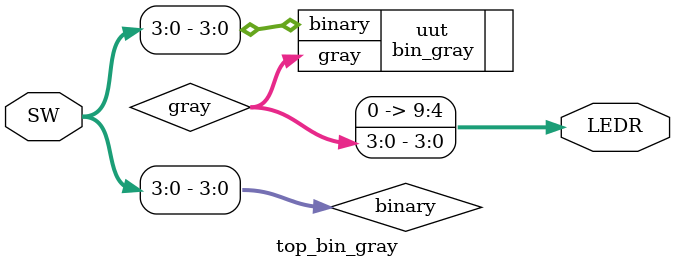
<source format=v>
module top_bin_gray (
    input  [9:0] SW,     // Switches on DE10-Lite board
    output [9:0] LEDR    // LEDs on DE10-Lite board
);

wire [3:0] binary;       // 4-bit binary input from switches
wire [3:0] gray;         // 4-bit Gray code output

// Assign binary input from SW[3:0]
assign binary = SW[3:0];  // Use SW[3] to SW[0] as binary input

// Instantiate Binary to Gray converter
bin_gray uut (
    .binary(binary),
    .gray(gray)
);

// Display Gray code output on LEDR[3:0]
assign LEDR[3:0] = gray;     // Show Gray code on LEDs 0 to 3
assign LEDR[9:4] = 6'b000000; // Turn off unused LEDs

endmodule
</source>
